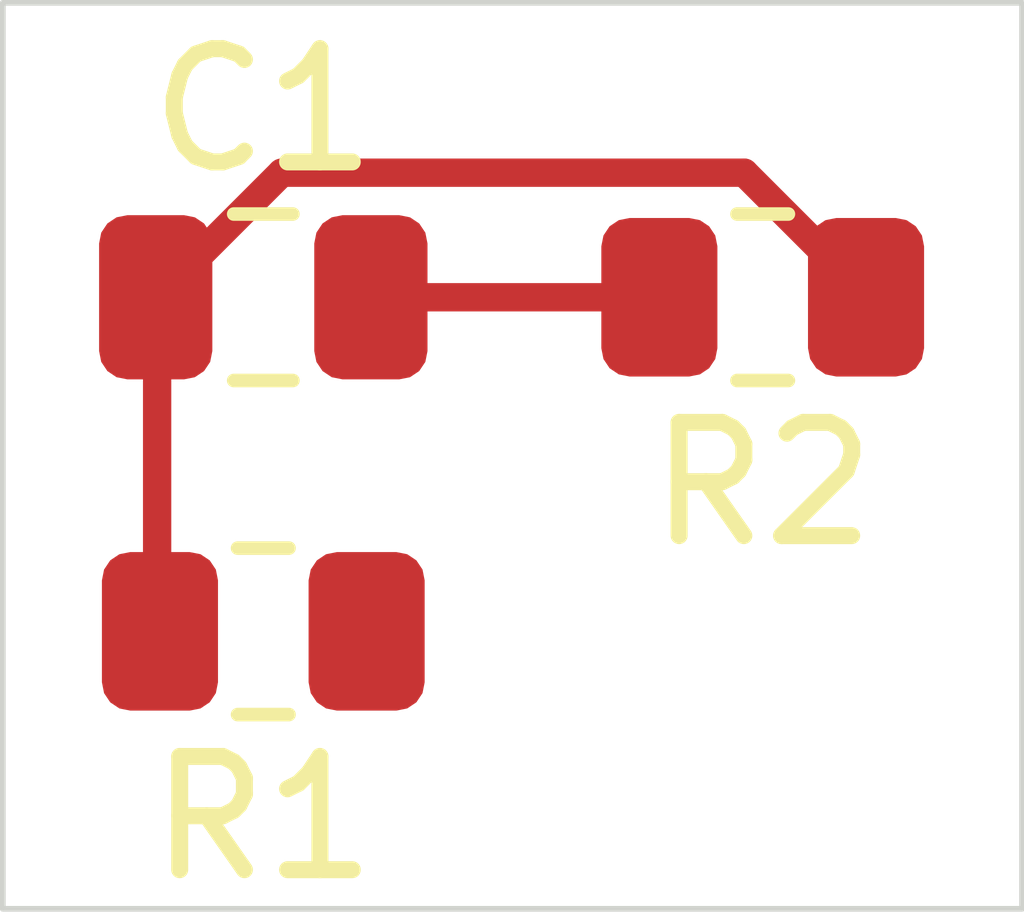
<source format=kicad_pcb>
(kicad_pcb (version 20241229) (generator "pcbnew") (generator_version "9.0")
  (layers (0 "F.Cu" signal) (2 "B.Cu" signal) (13 "F.Paste" user) (15 "B.Paste" user) (5 "F.SilkS" user "F.Silkscreen") (7 "B.SilkS" user "B.Silkscreen") (1 "F.Mask" user) (3 "B.Mask" user) (25 "Edge.Cuts" user))
  (net 0 "")
  (net 1 "GND")
  (net 2 "Net-(C1-Pad1)")
  (net 3 "VCC")
  (footprint "Capacitor_SMD:C_0805_2012Metric" (layer "F.Cu") (at 146.3 78.6)
    (property "Reference" "C1" (at 0 -1.65 0) (layer "F.SilkS"))
    (property "Value" "1uF")
    (fp_line (start -0.261252 -0.735) (end 0.261252 -0.735) (stroke (width 0.12)) (layer "F.SilkS"))
    (fp_line (start -0.261252 0.735) (end 0.261252 0.735) (stroke (width 0.12)) (layer "F.SilkS"))
    (pad "1" smd roundrect (at -0.95 0) (size 1 1.45) (layers "F.Cu" "F.Mask" "F.Paste") (net 2 "Net-(C1-Pad1)"))
    (pad "2" smd roundrect (at 0.95 0) (size 1 1.45) (layers "F.Cu" "F.Mask" "F.Paste") (net 1 "GND"))
  )
  (footprint "Resistor_SMD:R_0805_2012Metric" (layer "F.Cu") (at 146.3 81.55 180)
    (property "Reference" "R1" (at 0 -1.65 0) (layer "F.SilkS"))
    (property "Value" "100")
    (fp_line (start -0.227064 0.735) (end 0.227064 0.735) (stroke (width 0.12)) (layer "F.SilkS"))
    (fp_line (start -0.227064 -0.735) (end 0.227064 -0.735) (stroke (width 0.12)) (layer "F.SilkS"))
    (pad "1" smd roundrect (at -0.9125 0 180) (size 1.025 1.4) (layers "F.Cu" "F.Mask" "F.Paste") (roundrect_rratio 0.243902) (net 3 "VCC"))
    (pad "2" smd roundrect (at 0.9125 0 180) (size 1.025 1.4) (layers "F.Cu" "F.Mask" "F.Paste") (roundrect_rratio 0.243902) (net 2 "Net-(C1-Pad1)"))
  )
  (footprint "Resistor_SMD:R_0805_2012Metric" (layer "F.Cu") (at 150.71 78.6 180)
    (property "Reference" "R2" (at 0 -1.65 0) (layer "F.SilkS"))
    (property "Value" "200")
    (fp_line (start -0.227064 0.735) (end 0.227064 0.735) (stroke (width 0.12)) (layer "F.SilkS"))
    (fp_line (start -0.227064 -0.735) (end 0.227064 -0.735) (stroke (width 0.12)) (layer "F.SilkS"))
    (pad "1" smd roundrect (at -0.9125 0 180) (size 1.025 1.4) (layers "F.Cu" "F.Mask" "F.Paste") (roundrect_rratio 0.243902) (net 2 "Net-(C1-Pad1)"))
    (pad "2" smd roundrect (at 0.9125 0 180) (size 1.025 1.4) (layers "F.Cu" "F.Mask" "F.Paste") (roundrect_rratio 0.243902) (net 1 "GND"))
  )
  (gr_line (start 153 84) (end 153 76) (stroke (width 0.05)) (layer "Edge.Cuts"))
  (gr_line (start 144 76) (end 144 84) (stroke (width 0.05)) (layer "Edge.Cuts"))
  (gr_line (start 153 76) (end 144 76) (stroke (width 0.05)) (layer "Edge.Cuts"))
  (gr_line (start 144 84) (end 153 84) (stroke (width 0.05)) (layer "Edge.Cuts"))
  (segment (start 147.2375 78.6) (end 149.7725 78.6) (width 0.25) (layer "F.Cu") (net 1))
  (segment (start 145.3625 78.6) (end 146.4625 77.5) (width 0.25) (layer "F.Cu") (net 2))
  (segment (start 146.4625 77.5) (end 150.5475 77.5) (width 0.25) (layer "F.Cu") (net 2))
  (segment (start 150.5475 77.5) (end 151.6475 78.6) (width 0.25) (layer "F.Cu") (net 2))
  (segment (start 145.3625 81.55) (end 145.3625 78.6) (width 0.25) (layer "F.Cu") (net 2))
)
</source>
